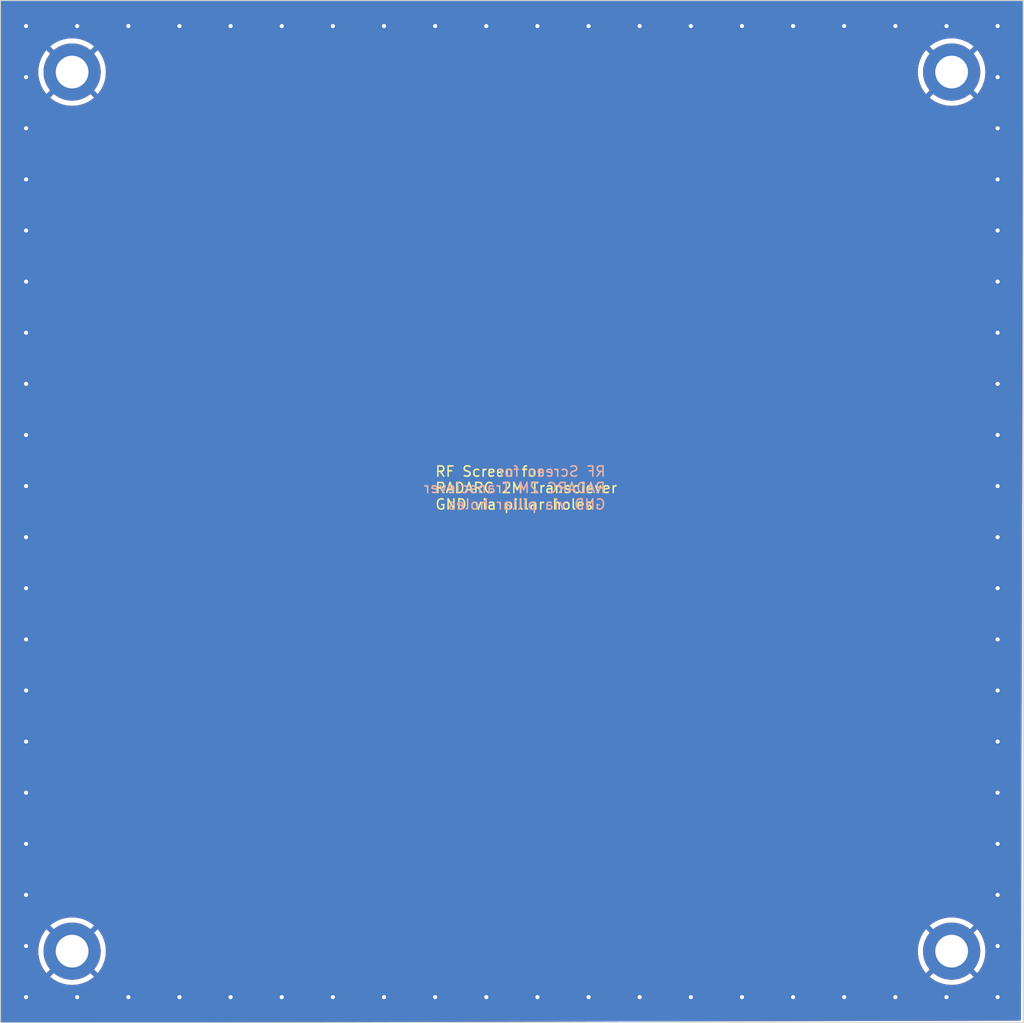
<source format=kicad_pcb>
(kicad_pcb (version 20221018) (generator pcbnew)
  (layers (0 "F.Cu" signal) (31 "B.Cu" signal) (34 "B.Paste" user) (35 "F.Paste" user) (36 "B.SilkS" user "B.Silkscreen") (37 "F.SilkS" user "F.Silkscreen") (38 "B.Mask" user) (39 "F.Mask" user) (44 "Edge.Cuts" user))
  (net 0 "")
  (net 1 "GND")
  (footprint "MountingHole:MountingHole_3.2mm_M3_DIN965_Pad" (layer "F.Cu") (at 193 7)
    (fp_text reference "H4" hide)
    (fp_text value "MountingHole_Pad")
    (pad "1" thru_hole circle (at 0 0) (size 5.6 5.6) (drill 3.2) (layers "*.Cu" "*.Mask") (net 1 "GND"))
  )
  (footprint "MountingHole:MountingHole_3.2mm_M3_DIN965_Pad" (layer "F.Cu") (at 193 93)
    (fp_text reference "H3" hide)
    (fp_text value "MountingHole_Pad")
    (pad "1" thru_hole circle (at 0 0) (size 5.6 5.6) (drill 3.2) (layers "*.Cu" "*.Mask") (net 1 "GND"))
  )
  (footprint "MountingHole:MountingHole_3.2mm_M3_DIN965_Pad" (layer "F.Cu") (at 107 7)
    (fp_text reference "H1" hide)
    (fp_text value "MountingHole_Pad")
    (pad "1" thru_hole circle (at 0 0) (size 5.6 5.6) (drill 3.2) (layers "*.Cu" "*.Mask") (net 1 "GND"))
  )
  (footprint "MountingHole:MountingHole_3.2mm_M3_DIN965_Pad" (layer "F.Cu") (at 107 93)
    (fp_text reference "H2" hide)
    (fp_text value "MountingHole_Pad")
    (pad "1" thru_hole circle (at 0 0) (size 5.6 5.6) (drill 3.2) (layers "*.Cu" "*.Mask") (net 1 "GND"))
  )
  (gr_line (start 200 0) (end 100 0) (stroke (width 0.1)) (layer "Edge.Cuts"))
  (gr_line (start 200 100) (end 200 0) (stroke (width 0.1)) (layer "Edge.Cuts"))
  (gr_line (start 100 100) (end 200 100) (stroke (width 0.1)) (layer "Edge.Cuts"))
  (gr_line (start 100 0) (end 100 100) (stroke (width 0.1)) (layer "Edge.Cuts"))
  (gr_text "RF Screen for\nRADARC 2M Transciever\nGND via pillar holes" (at 159.25 49.88) (layer "B.SilkS") (effects (font (size 1 1)) (justify left bottom mirror)))
  (gr_text "RF Screen for\nRADARC 2M Transciever\nGND via pillar holes" (at 142.43 49.88) (layer "F.SilkS") (effects (font (size 1 1)) (justify left bottom)))
  (via (at 132.5 2.5) (size 0.8) (drill 0.4) (layers "F.Cu" "B.Cu") (net 1))
  (via (at 147.5 97.5) (size 0.8) (drill 0.4) (layers "F.Cu" "B.Cu") (net 1))
  (via (at 102.5 52.5) (size 0.8) (drill 0.4) (layers "F.Cu" "B.Cu") (net 1))
  (via (at 102.5 77.5) (size 0.8) (drill 0.4) (layers "F.Cu" "B.Cu") (net 1))
  (via (at 197.5 7.5) (size 0.8) (drill 0.4) (layers "F.Cu" "B.Cu") (net 1))
  (via (at 132.5 97.5) (size 0.8) (drill 0.4) (layers "F.Cu" "B.Cu") (net 1))
  (via (at 182.5 97.5) (size 0.8) (drill 0.4) (layers "F.Cu" "B.Cu") (net 1))
  (via (at 197.5 57.5) (size 0.8) (drill 0.4) (layers "F.Cu" "B.Cu") (net 1))
  (via (at 102.5 2.5) (size 0.8) (drill 0.4) (layers "F.Cu" "B.Cu") (net 1))
  (via (at 197.5 52.5) (size 0.8) (drill 0.4) (layers "F.Cu" "B.Cu") (net 1))
  (via (at 157.5 2.5) (size 0.8) (drill 0.4) (layers "F.Cu" "B.Cu") (net 1))
  (via (at 102.5 42.5) (size 0.8) (drill 0.4) (layers "F.Cu" "B.Cu") (net 1))
  (via (at 102.5 57.5) (size 0.8) (drill 0.4) (layers "F.Cu" "B.Cu") (net 1))
  (via (at 197.5 47.5) (size 0.8) (drill 0.4) (layers "F.Cu" "B.Cu") (net 1))
  (via (at 102.5 7.5) (size 0.8) (drill 0.4) (layers "F.Cu" "B.Cu") (net 1))
  (via (at 112.5 2.5) (size 0.8) (drill 0.4) (layers "F.Cu" "B.Cu") (net 1))
  (via (at 192.5 2.5) (size 0.8) (drill 0.4) (layers "F.Cu" "B.Cu") (net 1))
  (via (at 102.5 17.5) (size 0.8) (drill 0.4) (layers "F.Cu" "B.Cu") (net 1))
  (via (at 102.5 72.5) (size 0.8) (drill 0.4) (layers "F.Cu" "B.Cu") (net 1))
  (via (at 102.5 47.5) (size 0.8) (drill 0.4) (layers "F.Cu" "B.Cu") (net 1))
  (via (at 127.5 97.5) (size 0.8) (drill 0.4) (layers "F.Cu" "B.Cu") (net 1))
  (via (at 197.5 17.5) (size 0.8) (drill 0.4) (layers "F.Cu" "B.Cu") (net 1))
  (via (at 152.5 97.5) (size 0.8) (drill 0.4) (layers "F.Cu" "B.Cu") (net 1))
  (via (at 102.5 87.5) (size 0.8) (drill 0.4) (layers "F.Cu" "B.Cu") (net 1))
  (via (at 197.5 92.5) (size 0.8) (drill 0.4) (layers "F.Cu" "B.Cu") (net 1))
  (via (at 107.5 97.5) (size 0.8) (drill 0.4) (layers "F.Cu" "B.Cu") (net 1))
  (via (at 102.5 27.5) (size 0.8) (drill 0.4) (layers "F.Cu" "B.Cu") (net 1))
  (via (at 127.5 2.5) (size 0.8) (drill 0.4) (layers "F.Cu" "B.Cu") (net 1))
  (via (at 137.5 2.5) (size 0.8) (drill 0.4) (layers "F.Cu" "B.Cu") (net 1))
  (via (at 182.5 2.5) (size 0.8) (drill 0.4) (layers "F.Cu" "B.Cu") (net 1))
  (via (at 162.5 97.5) (size 0.8) (drill 0.4) (layers "F.Cu" "B.Cu") (net 1))
  (via (at 192.5 97.5) (size 0.8) (drill 0.4) (layers "F.Cu" "B.Cu") (net 1))
  (via (at 122.5 2.5) (size 0.8) (drill 0.4) (layers "F.Cu" "B.Cu") (net 1))
  (via (at 187.5 2.5) (size 0.8) (drill 0.4) (layers "F.Cu" "B.Cu") (net 1))
  (via (at 102.5 32.5) (size 0.8) (drill 0.4) (layers "F.Cu" "B.Cu") (net 1))
  (via (at 197.5 37.5) (size 0.8) (drill 0.4) (layers "F.Cu" "B.Cu") (net 1))
  (via (at 172.5 97.5) (size 0.8) (drill 0.4) (layers "F.Cu" "B.Cu") (net 1))
  (via (at 102.5 97.5) (size 0.8) (drill 0.4) (layers "F.Cu" "B.Cu") (net 1))
  (via (at 102.5 12.5) (size 0.8) (drill 0.4) (layers "F.Cu" "B.Cu") (net 1))
  (via (at 197.5 87.5) (size 0.8) (drill 0.4) (layers "F.Cu" "B.Cu") (net 1))
  (via (at 197.5 82.5) (size 0.8) (drill 0.4) (layers "F.Cu" "B.Cu") (net 1))
  (via (at 117.5 97.5) (size 0.8) (drill 0.4) (layers "F.Cu" "B.Cu") (net 1))
  (via (at 102.5 22.5) (size 0.8) (drill 0.4) (layers "F.Cu" "B.Cu") (net 1))
  (via (at 102.5 92.5) (size 0.8) (drill 0.4) (layers "F.Cu" "B.Cu") (net 1))
  (via (at 107.5 2.5) (size 0.8) (drill 0.4) (layers "F.Cu" "B.Cu") (net 1))
  (via (at 197.5 42.5) (size 0.8) (drill 0.4) (layers "F.Cu" "B.Cu") (net 1))
  (via (at 112.5 97.5) (size 0.8) (drill 0.4) (layers "F.Cu" "B.Cu") (net 1))
  (via (at 152.5 2.5) (size 0.8) (drill 0.4) (layers "F.Cu" "B.Cu") (net 1))
  (via (at 117.5 2.5) (size 0.8) (drill 0.4) (layers "F.Cu" "B.Cu") (net 1))
  (via (at 157.5 97.5) (size 0.8) (drill 0.4) (layers "F.Cu" "B.Cu") (net 1))
  (via (at 172.5 2.5) (size 0.8) (drill 0.4) (layers "F.Cu" "B.Cu") (net 1))
  (via (at 102.5 37.5) (size 0.8) (drill 0.4) (layers "F.Cu" "B.Cu") (net 1))
  (via (at 197.5 77.5) (size 0.8) (drill 0.4) (layers "F.Cu" "B.Cu") (net 1))
  (via (at 197.5 27.5) (size 0.8) (drill 0.4) (layers "F.Cu" "B.Cu") (net 1))
  (via (at 102.5 67.5) (size 0.8) (drill 0.4) (layers "F.Cu" "B.Cu") (net 1))
  (via (at 197.5 32.5) (size 0.8) (drill 0.4) (layers "F.Cu" "B.Cu") (net 1))
  (via (at 142.5 2.5) (size 0.8) (drill 0.4) (layers "F.Cu" "B.Cu") (net 1))
  (via (at 197.5 72.5) (size 0.8) (drill 0.4) (layers "F.Cu" "B.Cu") (net 1))
  (via (at 162.5 2.5) (size 0.8) (drill 0.4) (layers "F.Cu" "B.Cu") (net 1))
  (via (at 102.5 62.5) (size 0.8) (drill 0.4) (layers "F.Cu" "B.Cu") (net 1))
  (via (at 142.5 97.5) (size 0.8) (drill 0.4) (layers "F.Cu" "B.Cu") (net 1))
  (via (at 197.5 12.5) (size 0.8) (drill 0.4) (layers "F.Cu" "B.Cu") (net 1))
  (via (at 122.5 97.5) (size 0.8) (drill 0.4) (layers "F.Cu" "B.Cu") (net 1))
  (via (at 197.5 2.5) (size 0.8) (drill 0.4) (layers "F.Cu" "B.Cu") (net 1))
  (via (at 147.5 2.5) (size 0.8) (drill 0.4) (layers "F.Cu" "B.Cu") (net 1))
  (via (at 137.5 97.5) (size 0.8) (drill 0.4) (layers "F.Cu" "B.Cu") (net 1))
  (via (at 197.5 62.5) (size 0.8) (drill 0.4) (layers "F.Cu" "B.Cu") (net 1))
  (via (at 177.5 2.5) (size 0.8) (drill 0.4) (layers "F.Cu" "B.Cu") (net 1))
  (via (at 167.5 2.5) (size 0.8) (drill 0.4) (layers "F.Cu" "B.Cu") (net 1))
  (via (at 167.5 97.5) (size 0.8) (drill 0.4) (layers "F.Cu" "B.Cu") (net 1))
  (via (at 177.5 97.5) (size 0.8) (drill 0.4) (layers "F.Cu" "B.Cu") (net 1))
  (via (at 102.5 82.5) (size 0.8) (drill 0.4) (layers "F.Cu" "B.Cu") (net 1))
  (via (at 187.5 97.5) (size 0.8) (drill 0.4) (layers "F.Cu" "B.Cu") (net 1))
  (via (at 197.5 22.5) (size 0.8) (drill 0.4) (layers "F.Cu" "B.Cu") (net 1))
  (via (at 197.5 67.5) (size 0.8) (drill 0.4) (layers "F.Cu" "B.Cu") (net 1))
  (via (at 197.5 97.5) (size 0.8) (drill 0.4) (layers "F.Cu" "B.Cu") (net 1))
  (zone (net 1) (net_name "GND") (layers "F&B.Cu") (name "RF Screen") (connect_pads (clearance 0.5)) (min_thickness 0.25) (fill yes (thermal_gap 0.5) (thermal_bridge_width 0.5))
    (polygon (pts (xy 100.02 0) (xy 199.99 0.01) (xy 199.78 99.8) (xy 100.03 100.01)))
  )
)
</source>
